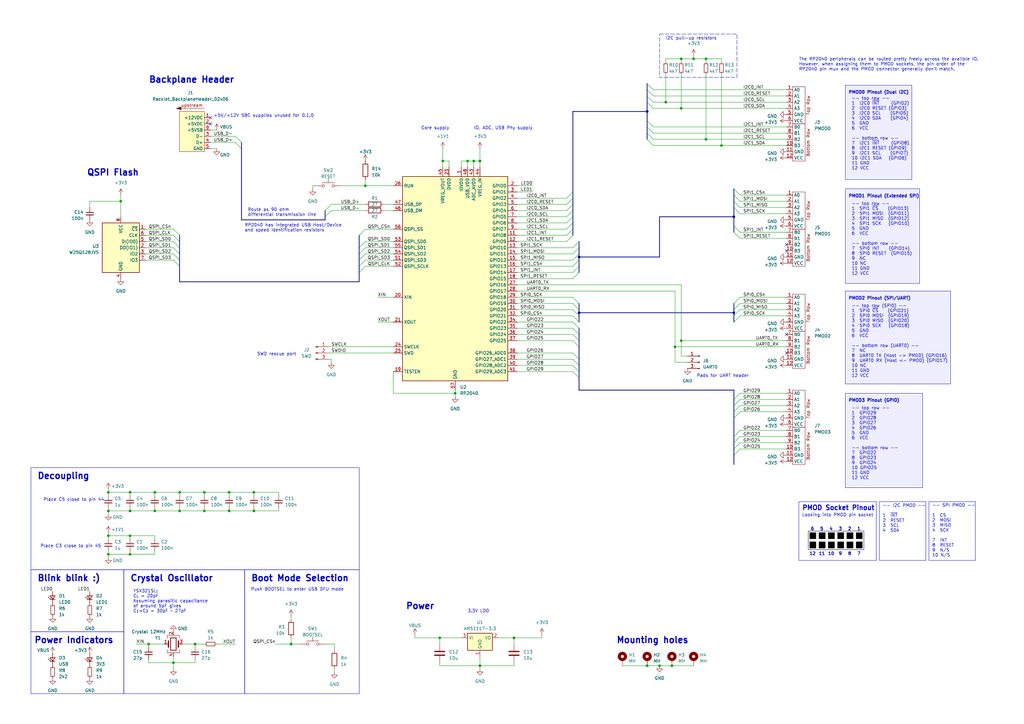
<source format=kicad_sch>
(kicad_sch (version 20230121) (generator eeschema)
  (paper "A3")
  (title_block (title "Hatlet") (date "2023-03-05") (rev "0.1.0") (company "https://racklet.io") (comment 1 "Authors: Verneri Hirvonen (2023)"))
  (junction (at 149.86 76.2))
  (junction (at 83.82 201.93))
  (junction (at 270.51 273.05))
  (junction (at 284.48 24.13))
  (junction (at 104.14 209.55))
  (junction (at 83.82 209.55))
  (junction (at 191.77 66.04))
  (junction (at 279.4 139.7))
  (junction (at 289.56 24.13))
  (junction (at 53.34 219.71))
  (junction (at 73.66 209.55))
  (junction (at 186.69 161.29))
  (junction (at 49.53 82.55))
  (junction (at 196.85 273.05))
  (junction (at 300.99 128.27))
  (junction (at 181.61 66.04))
  (junction (at 265.43 273.05))
  (junction (at 276.86 142.24))
  (junction (at 300.99 88.9))
  (junction (at 265.43 45.72))
  (junction (at 73.66 201.93))
  (junction (at 289.56 57.15))
  (junction (at 63.5 201.93))
  (junction (at 275.59 273.05))
  (junction (at 63.5 209.55))
  (junction (at 210.82 261.62))
  (junction (at 273.05 41.91))
  (junction (at 71.12 271.78))
  (junction (at 237.49 128.27))
  (junction (at 53.34 209.55))
  (junction (at 196.85 66.04))
  (junction (at 119.38 264.16))
  (junction (at 279.4 44.45))
  (junction (at 237.49 105.41))
  (junction (at 53.34 201.93))
  (junction (at 53.34 227.33))
  (junction (at 93.98 201.93))
  (junction (at 44.45 227.33))
  (junction (at 44.45 219.71))
  (junction (at 194.31 66.04))
  (junction (at 80.01 264.16))
  (junction (at 295.91 59.69))
  (junction (at 44.45 201.93))
  (junction (at 180.34 261.62))
  (junction (at 93.98 209.55))
  (junction (at 60.96 264.16))
  (junction (at 44.45 209.55))
  (junction (at 104.14 201.93))
  (junction (at 279.4 24.13))
  (no_connect (at 86.36 48.26))
  (no_connect (at 322.58 102.87))
  (no_connect (at 322.58 137.16))
  (no_connect (at 86.36 50.8))
  (no_connect (at 322.58 100.33))
  (no_connect (at 322.58 144.78))
  (bus_entry (at 267.97 57.15) (size -2.54 -2.54))
  (bus_entry (at 149.86 109.22) (size -2.54 2.54))
  (bus_entry (at 303.53 87.63) (size -2.54 -2.54))
  (bus_entry (at 303.53 85.09) (size -2.54 -2.54))
  (bus_entry (at 71.12 96.52) (size 2.54 2.54))
  (bus_entry (at 234.95 124.46) (size 2.54 2.54))
  (bus_entry (at 300.99 163.83) (size 2.54 -2.54))
  (bus_entry (at 267.97 54.61) (size -2.54 -2.54))
  (bus_entry (at 232.41 83.82) (size 2.54 -2.54))
  (bus_entry (at 303.53 124.46) (size -2.54 2.54))
  (bus_entry (at 303.53 129.54) (size -2.54 2.54))
  (bus_entry (at 234.95 104.14) (size 2.54 -2.54))
  (bus_entry (at 71.12 93.98) (size 2.54 2.54))
  (bus_entry (at 303.53 127) (size -2.54 2.54))
  (bus_entry (at 149.86 106.68) (size -2.54 2.54))
  (bus_entry (at 267.97 39.37) (size -2.54 -2.54))
  (bus_entry (at 237.49 137.16) (size -2.54 -2.54))
  (bus_entry (at 300.99 184.15) (size 2.54 -2.54))
  (bus_entry (at 267.97 36.83) (size -2.54 -2.54))
  (bus_entry (at 303.53 82.55) (size -2.54 -2.54))
  (bus_entry (at 267.97 41.91) (size -2.54 -2.54))
  (bus_entry (at 234.95 111.76) (size 2.54 -2.54))
  (bus_entry (at 237.49 149.86) (size -2.54 -2.54))
  (bus_entry (at 149.86 99.06) (size -2.54 2.54))
  (bus_entry (at 300.99 166.37) (size 2.54 -2.54))
  (bus_entry (at 232.41 81.28) (size 2.54 -2.54))
  (bus_entry (at 234.95 129.54) (size 2.54 2.54))
  (bus_entry (at 133.35 88.9) (size 2.54 -2.54))
  (bus_entry (at 149.86 104.14) (size -2.54 2.54))
  (bus_entry (at 303.53 80.01) (size -2.54 -2.54))
  (bus_entry (at 96.52 55.88) (size 2.54 2.54))
  (bus_entry (at 232.41 91.44) (size 2.54 -2.54))
  (bus_entry (at 234.95 109.22) (size 2.54 -2.54))
  (bus_entry (at 300.99 186.69) (size 2.54 -2.54))
  (bus_entry (at 300.99 179.07) (size 2.54 -2.54))
  (bus_entry (at 71.12 101.6) (size 2.54 2.54))
  (bus_entry (at 234.95 101.6) (size 2.54 -2.54))
  (bus_entry (at 149.86 101.6) (size -2.54 2.54))
  (bus_entry (at 237.49 154.94) (size -2.54 -2.54))
  (bus_entry (at 71.12 104.14) (size 2.54 2.54))
  (bus_entry (at 232.41 99.06) (size 2.54 -2.54))
  (bus_entry (at 237.49 139.7) (size -2.54 -2.54))
  (bus_entry (at 234.95 121.92) (size 2.54 2.54))
  (bus_entry (at 96.52 58.42) (size 2.54 2.54))
  (bus_entry (at 303.53 121.92) (size -2.54 2.54))
  (bus_entry (at 267.97 52.07) (size -2.54 -2.54))
  (bus_entry (at 267.97 59.69) (size -2.54 -2.54))
  (bus_entry (at 237.49 142.24) (size -2.54 -2.54))
  (bus_entry (at 237.49 134.62) (size -2.54 -2.54))
  (bus_entry (at 300.99 171.45) (size 2.54 -2.54))
  (bus_entry (at 267.97 44.45) (size -2.54 -2.54))
  (bus_entry (at 300.99 181.61) (size 2.54 -2.54))
  (bus_entry (at 71.12 99.06) (size 2.54 2.54))
  (bus_entry (at 234.95 114.3) (size 2.54 -2.54))
  (bus_entry (at 237.49 152.4) (size -2.54 -2.54))
  (bus_entry (at 234.95 127) (size 2.54 2.54))
  (bus_entry (at 149.86 93.98) (size -2.54 2.54))
  (bus_entry (at 234.95 106.68) (size 2.54 -2.54))
  (bus_entry (at 303.53 95.25) (size -2.54 -2.54))
  (bus_entry (at 237.49 147.32) (size -2.54 -2.54))
  (bus_entry (at 232.41 93.98) (size 2.54 -2.54))
  (bus_entry (at 232.41 88.9) (size 2.54 -2.54))
  (bus_entry (at 232.41 96.52) (size 2.54 -2.54))
  (bus_entry (at 300.99 168.91) (size 2.54 -2.54))
  (bus_entry (at 133.35 86.36) (size 2.54 -2.54))
  (bus_entry (at 232.41 86.36) (size 2.54 -2.54))
  (bus_entry (at 71.12 106.68) (size 2.54 2.54))
  (bus_entry (at 303.53 97.79) (size -2.54 -2.54))
  (wire (pts (xy 303.53 179.07) (xy 322.58 179.07)))
  (wire (pts (xy 74.93 264.16) (xy 80.01 264.16)))
  (wire (pts (xy 267.97 44.45) (xy 279.4 44.45)))
  (wire (pts (xy 180.34 261.62) (xy 189.23 261.62)))
  (bus (pts (xy 237.49 106.68) (xy 237.49 109.22)))
  (wire (pts (xy 73.66 201.93) (xy 73.66 203.2)))
  (wire (pts (xy 44.45 201.93) (xy 53.34 201.93)))
  (bus (pts (xy 237.49 99.06) (xy 237.49 101.6)))
  (wire (pts (xy 59.69 96.52) (xy 71.12 96.52)))
  (wire (pts (xy 80.01 271.78) (xy 71.12 271.78)))
  (wire (pts (xy 59.69 106.68) (xy 71.12 106.68)))
  (wire (pts (xy 104.14 208.28) (xy 104.14 209.55)))
  (wire (pts (xy 212.09 116.84) (xy 279.4 116.84)))
  (wire (pts (xy 281.94 146.05) (xy 279.4 146.05)))
  (bus (pts (xy 237.49 128.27) (xy 237.49 129.54)))
  (wire (pts (xy 212.09 81.28) (xy 232.41 81.28)))
  (wire (pts (xy 88.9 264.16) (xy 96.52 264.16)))
  (bus (pts (xy 234.95 96.52) (xy 234.95 93.98)))
  (wire (pts (xy 170.18 260.35) (xy 170.18 261.62)))
  (wire (pts (xy 267.97 39.37) (xy 322.58 39.37)))
  (wire (pts (xy 134.62 142.24) (xy 161.29 142.24)))
  (wire (pts (xy 212.09 104.14) (xy 234.95 104.14)))
  (wire (pts (xy 212.09 76.2) (xy 218.44 76.2)))
  (wire (pts (xy 36.83 82.55) (xy 36.83 85.09)))
  (wire (pts (xy 55.88 264.16) (xy 60.96 264.16)))
  (wire (pts (xy 60.96 264.16) (xy 60.96 265.43)))
  (wire (pts (xy 279.4 139.7) (xy 322.58 139.7)))
  (wire (pts (xy 53.34 219.71) (xy 63.5 219.71)))
  (wire (pts (xy 212.09 124.46) (xy 234.95 124.46)))
  (bus (pts (xy 300.99 88.9) (xy 300.99 92.71)))
  (wire (pts (xy 93.98 208.28) (xy 93.98 209.55)))
  (wire (pts (xy 83.82 201.93) (xy 93.98 201.93)))
  (wire (pts (xy 196.85 66.04) (xy 196.85 68.58)))
  (wire (pts (xy 212.09 93.98) (xy 232.41 93.98)))
  (wire (pts (xy 149.86 106.68) (xy 161.29 106.68)))
  (wire (pts (xy 303.53 166.37) (xy 322.58 166.37)))
  (bus (pts (xy 73.66 96.52) (xy 73.66 99.06)))
  (wire (pts (xy 63.5 227.33) (xy 53.34 227.33)))
  (wire (pts (xy 196.85 269.24) (xy 196.85 273.05)))
  (bus (pts (xy 300.99 179.07) (xy 300.99 181.61)))
  (wire (pts (xy 322.58 87.63) (xy 303.53 87.63)))
  (wire (pts (xy 149.86 76.2) (xy 149.86 73.66)))
  (wire (pts (xy 161.29 76.2) (xy 149.86 76.2)))
  (wire (pts (xy 170.18 261.62) (xy 180.34 261.62)))
  (bus (pts (xy 265.43 34.29) (xy 265.43 36.83)))
  (wire (pts (xy 295.91 30.48) (xy 295.91 59.69)))
  (wire (pts (xy 212.09 106.68) (xy 234.95 106.68)))
  (wire (pts (xy 44.45 210.82) (xy 44.45 209.55)))
  (bus (pts (xy 234.95 88.9) (xy 234.95 86.36)))
  (wire (pts (xy 186.69 161.29) (xy 186.69 160.02)))
  (bus (pts (xy 73.66 109.22) (xy 73.66 115.57)))
  (bus (pts (xy 265.43 45.72) (xy 265.43 49.53)))
  (wire (pts (xy 196.85 60.96) (xy 196.85 66.04)))
  (wire (pts (xy 303.53 181.61) (xy 322.58 181.61)))
  (wire (pts (xy 273.05 25.4) (xy 273.05 24.13)))
  (wire (pts (xy 295.91 24.13) (xy 295.91 25.4)))
  (wire (pts (xy 322.58 80.01) (xy 303.53 80.01)))
  (bus (pts (xy 237.49 105.41) (xy 270.51 105.41)))
  (bus (pts (xy 300.99 128.27) (xy 300.99 127)))
  (bus (pts (xy 270.51 105.41) (xy 270.51 88.9)))
  (wire (pts (xy 191.77 66.04) (xy 191.77 68.58)))
  (wire (pts (xy 276.86 119.38) (xy 276.86 142.24)))
  (bus (pts (xy 270.51 88.9) (xy 300.99 88.9)))
  (wire (pts (xy 322.58 85.09) (xy 303.53 85.09)))
  (wire (pts (xy 63.5 219.71) (xy 63.5 220.98)))
  (wire (pts (xy 276.86 142.24) (xy 322.58 142.24)))
  (wire (pts (xy 53.34 201.93) (xy 63.5 201.93)))
  (bus (pts (xy 234.95 83.82) (xy 234.95 81.28)))
  (wire (pts (xy 44.45 227.33) (xy 44.45 228.6)))
  (wire (pts (xy 44.45 209.55) (xy 53.34 209.55)))
  (wire (pts (xy 196.85 273.05) (xy 210.82 273.05)))
  (wire (pts (xy 119.38 252.73) (xy 119.38 254)))
  (bus (pts (xy 300.99 181.61) (xy 300.99 184.15)))
  (wire (pts (xy 184.15 68.58) (xy 184.15 66.04)))
  (wire (pts (xy 59.69 99.06) (xy 71.12 99.06)))
  (wire (pts (xy 63.5 201.93) (xy 63.5 203.2)))
  (wire (pts (xy 210.82 273.05) (xy 210.82 271.78)))
  (wire (pts (xy 295.91 59.69) (xy 322.58 59.69)))
  (wire (pts (xy 128.27 77.47) (xy 128.27 76.2)))
  (wire (pts (xy 289.56 24.13) (xy 289.56 25.4)))
  (wire (pts (xy 279.4 24.13) (xy 279.4 25.4)))
  (wire (pts (xy 149.86 109.22) (xy 161.29 109.22)))
  (bus (pts (xy 300.99 85.09) (xy 300.99 88.9)))
  (wire (pts (xy 212.09 121.92) (xy 234.95 121.92)))
  (bus (pts (xy 99.06 60.96) (xy 99.06 90.17)))
  (wire (pts (xy 71.12 271.78) (xy 71.12 269.24)))
  (wire (pts (xy 44.45 200.66) (xy 44.45 201.93)))
  (wire (pts (xy 113.03 264.16) (xy 119.38 264.16)))
  (wire (pts (xy 191.77 66.04) (xy 194.31 66.04)))
  (wire (pts (xy 270.51 273.05) (xy 275.59 273.05)))
  (bus (pts (xy 300.99 82.55) (xy 300.99 85.09)))
  (wire (pts (xy 212.09 96.52) (xy 232.41 96.52)))
  (wire (pts (xy 186.69 161.29) (xy 161.29 161.29)))
  (wire (pts (xy 212.09 139.7) (xy 234.95 139.7)))
  (bus (pts (xy 237.49 152.4) (xy 237.49 154.94)))
  (wire (pts (xy 60.96 264.16) (xy 67.31 264.16)))
  (wire (pts (xy 104.14 209.55) (xy 114.3 209.55)))
  (wire (pts (xy 212.09 149.86) (xy 234.95 149.86)))
  (bus (pts (xy 300.99 166.37) (xy 300.99 168.91)))
  (wire (pts (xy 322.58 124.46) (xy 303.53 124.46)))
  (wire (pts (xy 134.62 144.78) (xy 161.29 144.78)))
  (wire (pts (xy 59.69 104.14) (xy 71.12 104.14)))
  (bus (pts (xy 237.49 154.94) (xy 237.49 160.02)))
  (wire (pts (xy 93.98 209.55) (xy 104.14 209.55)))
  (bus (pts (xy 237.49 104.14) (xy 237.49 105.41)))
  (wire (pts (xy 281.94 148.59) (xy 276.86 148.59)))
  (wire (pts (xy 303.53 168.91) (xy 322.58 168.91)))
  (wire (pts (xy 60.96 271.78) (xy 71.12 271.78)))
  (wire (pts (xy 267.97 36.83) (xy 322.58 36.83)))
  (wire (pts (xy 83.82 201.93) (xy 83.82 203.2)))
  (bus (pts (xy 73.66 99.06) (xy 73.66 101.6)))
  (wire (pts (xy 279.4 30.48) (xy 279.4 44.45)))
  (wire (pts (xy 83.82 209.55) (xy 93.98 209.55)))
  (wire (pts (xy 279.4 44.45) (xy 322.58 44.45)))
  (bus (pts (xy 234.95 81.28) (xy 234.95 78.74)))
  (bus (pts (xy 300.99 171.45) (xy 300.99 179.07)))
  (wire (pts (xy 63.5 209.55) (xy 73.66 209.55)))
  (wire (pts (xy 80.01 264.16) (xy 83.82 264.16)))
  (bus (pts (xy 300.99 129.54) (xy 300.99 128.27)))
  (wire (pts (xy 137.16 264.16) (xy 137.16 266.7)))
  (wire (pts (xy 59.69 93.98) (xy 71.12 93.98)))
  (wire (pts (xy 63.5 226.06) (xy 63.5 227.33)))
  (bus (pts (xy 237.49 142.24) (xy 237.49 147.32)))
  (wire (pts (xy 149.86 101.6) (xy 161.29 101.6)))
  (wire (pts (xy 212.09 83.82) (xy 232.41 83.82)))
  (bus (pts (xy 237.49 147.32) (xy 237.49 149.86)))
  (wire (pts (xy 322.58 129.54) (xy 303.53 129.54)))
  (wire (pts (xy 267.97 52.07) (xy 322.58 52.07)))
  (wire (pts (xy 53.34 208.28) (xy 53.34 209.55)))
  (wire (pts (xy 212.09 114.3) (xy 234.95 114.3)))
  (bus (pts (xy 237.49 127) (xy 237.49 128.27)))
  (wire (pts (xy 180.34 271.78) (xy 180.34 273.05)))
  (wire (pts (xy 135.89 147.32) (xy 135.89 148.59)))
  (wire (pts (xy 267.97 57.15) (xy 289.56 57.15)))
  (wire (pts (xy 59.69 101.6) (xy 71.12 101.6)))
  (wire (pts (xy 322.58 95.25) (xy 303.53 95.25)))
  (wire (pts (xy 212.09 147.32) (xy 234.95 147.32)))
  (wire (pts (xy 44.45 218.44) (xy 44.45 219.71)))
  (wire (pts (xy 273.05 24.13) (xy 279.4 24.13)))
  (wire (pts (xy 114.3 201.93) (xy 114.3 203.2)))
  (bus (pts (xy 265.43 49.53) (xy 265.43 52.07)))
  (bus (pts (xy 237.49 105.41) (xy 237.49 106.68)))
  (bus (pts (xy 147.32 104.14) (xy 147.32 106.68)))
  (wire (pts (xy 44.45 219.71) (xy 53.34 219.71)))
  (wire (pts (xy 133.35 264.16) (xy 137.16 264.16)))
  (bus (pts (xy 300.99 92.71) (xy 300.99 95.25)))
  (bus (pts (xy 234.95 78.74) (xy 234.95 45.72)))
  (bus (pts (xy 147.32 106.68) (xy 147.32 109.22)))
  (wire (pts (xy 44.45 219.71) (xy 44.45 220.98)))
  (bus (pts (xy 300.99 168.91) (xy 300.99 171.45)))
  (wire (pts (xy 154.94 132.08) (xy 161.29 132.08)))
  (wire (pts (xy 149.86 99.06) (xy 161.29 99.06)))
  (wire (pts (xy 119.38 261.62) (xy 119.38 264.16)))
  (wire (pts (xy 189.23 68.58) (xy 189.23 66.04)))
  (bus (pts (xy 237.49 109.22) (xy 237.49 111.76)))
  (bus (pts (xy 237.49 160.02) (xy 300.99 160.02)))
  (bus (pts (xy 234.95 91.44) (xy 234.95 88.9)))
  (wire (pts (xy 222.25 260.35) (xy 222.25 261.62)))
  (wire (pts (xy 196.85 273.05) (xy 196.85 274.32)))
  (bus (pts (xy 237.49 134.62) (xy 237.49 137.16)))
  (wire (pts (xy 114.3 209.55) (xy 114.3 208.28)))
  (wire (pts (xy 184.15 66.04) (xy 181.61 66.04)))
  (wire (pts (xy 279.4 146.05) (xy 279.4 139.7)))
  (bus (pts (xy 300.99 80.01) (xy 300.99 82.55)))
  (wire (pts (xy 289.56 24.13) (xy 295.91 24.13)))
  (bus (pts (xy 73.66 106.68) (xy 73.66 109.22)))
  (wire (pts (xy 161.29 83.82) (xy 157.48 83.82)))
  (wire (pts (xy 212.09 86.36) (xy 232.41 86.36)))
  (wire (pts (xy 80.01 270.51) (xy 80.01 271.78)))
  (wire (pts (xy 289.56 57.15) (xy 322.58 57.15)))
  (bus (pts (xy 300.99 77.47) (xy 300.99 80.01)))
  (bus (pts (xy 133.35 88.9) (xy 133.35 90.17)))
  (wire (pts (xy 149.86 86.36) (xy 135.89 86.36)))
  (wire (pts (xy 86.36 60.96) (xy 88.9 60.96)))
  (wire (pts (xy 212.09 137.16) (xy 234.95 137.16)))
  (wire (pts (xy 134.62 147.32) (xy 135.89 147.32)))
  (wire (pts (xy 149.86 93.98) (xy 161.29 93.98)))
  (bus (pts (xy 237.49 128.27) (xy 300.99 128.27)))
  (bus (pts (xy 147.32 115.57) (xy 147.32 111.76)))
  (wire (pts (xy 73.66 201.93) (xy 83.82 201.93)))
  (bus (pts (xy 237.49 101.6) (xy 237.49 104.14)))
  (wire (pts (xy 279.4 24.13) (xy 284.48 24.13)))
  (wire (pts (xy 212.09 134.62) (xy 234.95 134.62)))
  (wire (pts (xy 210.82 261.62) (xy 210.82 264.16)))
  (wire (pts (xy 181.61 66.04) (xy 181.61 68.58)))
  (wire (pts (xy 63.5 201.93) (xy 73.66 201.93)))
  (wire (pts (xy 44.45 226.06) (xy 44.45 227.33)))
  (wire (pts (xy 60.96 270.51) (xy 60.96 271.78)))
  (bus (pts (xy 265.43 54.61) (xy 265.43 57.15)))
  (bus (pts (xy 99.06 58.42) (xy 99.06 60.96)))
  (wire (pts (xy 194.31 66.04) (xy 194.31 68.58)))
  (wire (pts (xy 104.14 201.93) (xy 104.14 203.2)))
  (wire (pts (xy 212.09 127) (xy 234.95 127)))
  (wire (pts (xy 210.82 261.62) (xy 222.25 261.62)))
  (wire (pts (xy 86.36 53.34) (xy 88.9 53.34)))
  (wire (pts (xy 322.58 97.79) (xy 303.53 97.79)))
  (wire (pts (xy 273.05 41.91) (xy 322.58 41.91)))
  (wire (pts (xy 149.86 104.14) (xy 161.29 104.14)))
  (wire (pts (xy 149.86 83.82) (xy 135.89 83.82)))
  (bus (pts (xy 300.99 160.02) (xy 300.99 163.83)))
  (wire (pts (xy 73.66 209.55) (xy 83.82 209.55)))
  (wire (pts (xy 180.34 261.62) (xy 180.34 264.16)))
  (wire (pts (xy 53.34 226.06) (xy 53.34 227.33)))
  (wire (pts (xy 180.34 273.05) (xy 196.85 273.05)))
  (bus (pts (xy 147.32 101.6) (xy 147.32 104.14)))
  (wire (pts (xy 303.53 161.29) (xy 322.58 161.29)))
  (wire (pts (xy 322.58 127) (xy 303.53 127)))
  (bus (pts (xy 237.49 149.86) (xy 237.49 152.4)))
  (bus (pts (xy 133.35 86.36) (xy 133.35 88.9)))
  (bus (pts (xy 237.49 124.46) (xy 237.49 127)))
  (bus (pts (xy 265.43 39.37) (xy 265.43 41.91)))
  (wire (pts (xy 139.7 76.2) (xy 149.86 76.2)))
  (wire (pts (xy 186.69 162.56) (xy 186.69 161.29)))
  (wire (pts (xy 44.45 208.28) (xy 44.45 209.55)))
  (wire (pts (xy 161.29 161.29) (xy 161.29 152.4)))
  (wire (pts (xy 212.09 132.08) (xy 234.95 132.08)))
  (wire (pts (xy 53.34 227.33) (xy 44.45 227.33)))
  (bus (pts (xy 73.66 101.6) (xy 73.66 104.14)))
  (wire (pts (xy 53.34 219.71) (xy 53.34 220.98)))
  (wire (pts (xy 279.4 139.7) (xy 279.4 116.84)))
  (wire (pts (xy 212.09 109.22) (xy 234.95 109.22)))
  (wire (pts (xy 273.05 30.48) (xy 273.05 41.91)))
  (bus (pts (xy 73.66 104.14) (xy 73.66 106.68)))
  (wire (pts (xy 284.48 24.13) (xy 289.56 24.13)))
  (wire (pts (xy 212.09 78.74) (xy 218.44 78.74)))
  (wire (pts (xy 119.38 264.16) (xy 123.19 264.16)))
  (wire (pts (xy 53.34 201.93) (xy 53.34 203.2)))
  (wire (pts (xy 322.58 121.92) (xy 303.53 121.92)))
  (wire (pts (xy 93.98 201.93) (xy 93.98 203.2)))
  (wire (pts (xy 212.09 99.06) (xy 232.41 99.06)))
  (bus (pts (xy 234.95 45.72) (xy 265.43 45.72)))
  (wire (pts (xy 212.09 101.6) (xy 234.95 101.6)))
  (wire (pts (xy 265.43 273.05) (xy 270.51 273.05)))
  (wire (pts (xy 212.09 91.44) (xy 232.41 91.44)))
  (bus (pts (xy 265.43 41.91) (xy 265.43 45.72)))
  (wire (pts (xy 212.09 88.9) (xy 232.41 88.9)))
  (bus (pts (xy 300.99 127) (xy 300.99 124.46)))
  (wire (pts (xy 267.97 54.61) (xy 322.58 54.61)))
  (wire (pts (xy 137.16 274.32) (xy 137.16 275.59)))
  (wire (pts (xy 212.09 119.38) (xy 276.86 119.38)))
  (bus (pts (xy 300.99 186.69) (xy 300.99 190.5)))
  (wire (pts (xy 284.48 22.86) (xy 284.48 24.13)))
  (wire (pts (xy 322.58 82.55) (xy 303.53 82.55)))
  (wire (pts (xy 303.53 176.53) (xy 322.58 176.53)))
  (bus (pts (xy 300.99 184.15) (xy 300.99 186.69)))
  (wire (pts (xy 49.53 80.01) (xy 49.53 82.55)))
  (wire (pts (xy 255.27 273.05) (xy 265.43 273.05)))
  (wire (pts (xy 73.66 208.28) (xy 73.66 209.55)))
  (wire (pts (xy 303.53 163.83) (xy 322.58 163.83)))
  (wire (pts (xy 267.97 59.69) (xy 295.91 59.69)))
  (wire (pts (xy 212.09 111.76) (xy 234.95 111.76)))
  (wire (pts (xy 289.56 30.48) (xy 289.56 57.15)))
  (wire (pts (xy 212.09 129.54) (xy 234.95 129.54)))
  (wire (pts (xy 83.82 208.28) (xy 83.82 209.55)))
  (bus (pts (xy 147.32 109.22) (xy 147.32 111.76)))
  (bus (pts (xy 237.49 129.54) (xy 237.49 132.08)))
  (bus (pts (xy 300.99 132.08) (xy 300.99 129.54)))
  (wire (pts (xy 44.45 201.93) (xy 44.45 203.2)))
  (wire (pts (xy 104.14 201.93) (xy 114.3 201.93)))
  (bus (pts (xy 147.32 96.52) (xy 147.32 101.6)))
  (bus (pts (xy 133.35 90.17) (xy 99.06 90.17)))
  (bus (pts (xy 234.95 93.98) (xy 234.95 91.44)))
  (bus (pts (xy 234.95 86.36) (xy 234.95 83.82)))
  (wire (pts (xy 154.94 121.92) (xy 161.29 121.92)))
  (wire (pts (xy 161.29 86.36) (xy 157.48 86.36)))
  (wire (pts (xy 53.34 209.55) (xy 63.5 209.55)))
  (bus (pts (xy 265.43 36.83) (xy 265.43 39.37)))
  (wire (pts (xy 204.47 261.62) (xy 210.82 261.62)))
  (wire (pts (xy 80.01 264.16) (xy 80.01 265.43)))
  (wire (pts (xy 189.23 66.04) (xy 191.77 66.04)))
  (wire (pts (xy 71.12 274.32) (xy 71.12 271.78)))
  (bus (pts (xy 237.49 139.7) (xy 237.49 142.24)))
  (wire (pts (xy 212.09 144.78) (xy 234.95 144.78)))
  (wire (pts (xy 93.98 201.93) (xy 104.14 201.93)))
  (wire (pts (xy 303.53 184.15) (xy 322.58 184.15)))
  (wire (pts (xy 181.61 60.96) (xy 181.61 66.04)))
  (wire (pts (xy 96.52 58.42) (xy 86.36 58.42)))
  (bus (pts (xy 237.49 137.16) (xy 237.49 139.7)))
  (wire (pts (xy 63.5 208.28) (xy 63.5 209.55)))
  (wire (pts (xy 96.52 55.88) (xy 86.36 55.88)))
  (bus (pts (xy 73.66 115.57) (xy 147.32 115.57)))
  (bus (pts (xy 300.99 163.83) (xy 300.99 166.37)))
  (wire (pts (xy 49.53 82.55) (xy 49.53 88.9)))
  (wire (pts (xy 194.31 66.04) (xy 196.85 66.04)))
  (wire (pts (xy 276.86 148.59) (xy 276.86 142.24)))
  (bus (pts (xy 265.43 52.07) (xy 265.43 54.61)))
  (wire (pts (xy 49.53 82.55) (xy 36.83 82.55)))
  (wire (pts (xy 267.97 41.91) (xy 273.05 41.91)))
  (wire (pts (xy 212.09 152.4) (xy 234.95 152.4)))
  (wire (pts (xy 128.27 76.2) (xy 129.54 76.2)))
  (wire (pts (xy 275.59 273.05) (xy 284.48 273.05)))
  (rectangle (start 335.915 222.25) (end 338.455 224.79) (stroke (width 0) (color 0 0 0 1)) (fill (type color) (color 0 0 0 1)))
  (rectangle (start 12.7 259.08) (end 50.8 284.48))
  (rectangle (start 351.155 218.44) (end 353.695 220.98) (stroke (width 0) (color 0 0 0 1)) (fill (type color) (color 0 0 0 1)))
  (rectangle (start 381 205.74) (end 400.05 229.87))
  (rectangle (start 343.535 218.44) (end 346.075 220.98) (stroke (width 0) (color 0 0 0 1)) (fill (type color) (color 0 0 0 1)))
  (rectangle (start 346.71 77.47) (end 377.19 116.205) (fill (type color) (color 238 238 255 1)))
  (rectangle (start 347.345 222.25) (end 349.885 224.79) (stroke (width 0) (color 0 0 0 1)) (fill (type color) (color 0 0 0 1)))
  (rectangle (start 335.915 218.44) (end 338.455 220.98) (stroke (width 0) (color 0 0 0 1)) (fill (type color) (color 0 0 0 1)))
  (rectangle (start 346.71 161.29) (end 378.46 200.025) (fill (type color) (color 238 238 255 1)))
  (rectangle (start 347.345 218.44) (end 349.885 220.98) (stroke (width 0) (color 0 0 0 1)) (fill (type color) (color 0 0 0 1)))
  (rectangle (start 50.8 233.68) (end 100.33 284.48))
  (rectangle (start 332.105 222.25) (end 334.645 224.79) (stroke (width 0) (color 0 0 0 1)) (fill (type color) (color 0 0 0 1)))
  (rectangle (start 332.105 218.44) (end 334.645 220.98) (stroke (width 0) (color 0 0 0 1)) (fill (type color) (color 0 0 0 1)))
  (rectangle (start 327.66 205.74) (end 359.41 229.87))
  (rectangle (start 339.725 218.44) (end 342.265 220.98) (stroke (width 0) (color 0 0 0 1)) (fill (type color) (color 0 0 0 1)))
  (rectangle (start 343.535 222.25) (end 346.075 224.79) (stroke (width 0) (color 0 0 0 1)) (fill (type color) (color 0 0 0 1)))
  (rectangle (start 346.71 119.38) (end 389.89 157.48) (fill (type color) (color 238 238 255 1)))
  (rectangle (start 339.725 222.25) (end 342.265 224.79) (stroke (width 0) (color 0 0 0 1)) (fill (type color) (color 0 0 0 1)))
  (rectangle (start 270.51 13.97) (end 302.26 31.75) (stroke (width 0) (type dash)))
  (rectangle (start 351.155 222.25) (end 353.695 224.79) (stroke (width 0) (color 0 0 0 1)) (fill (type color) (color 0 0 0 1)))
  (rectangle (start 346.71 34.925) (end 374.015 73.66) (fill (type color) (color 238 238 255 1)))
  (rectangle (start 100.33 233.68) (end 147.32 284.48))
  (rectangle (start 12.7 233.68) (end 50.8 259.08))
  (rectangle (start 360.68 205.74) (end 379.73 229.87))
  (rectangle (start 331.47 217.805) (end 354.33 225.425) (stroke (width 0) (color 0 0 0 1)))
  (rectangle (start 12.7 191.77) (end 147.32 233.68))
  (text "Power Indicators" (at 13.97 264.16 0) (effects (font (size 2.54 2.54) (thickness 0.508) bold) (justify left bottom)))
  (text "SWD rescue port" (at 105.41 146.05 0) (effects (font (size 1.27 1.27)) (justify left bottom)))
  (text "-- SPI PMOD --\n\n1  CS\n2  MOSI\n3  MISO\n4  SCK\n\n7  INT\n8  RESET\n9  N/S\n10 N/S" (at 382.27 228.6 0) (effects (font (size 1.27 1.27)) (justify left bottom)))
  (text "Backplane Header" (at 60.96 34.29 0) (effects (font (size 2.54 2.54) bold) (justify left bottom)))
  (text "I2C pull-up resistors" (at 273.05 16.51 0) (effects (font (size 1.27 1.27)) (justify left bottom)))
  (text "PMOD Socket Pinout" (at 328.93 209.55 0) (effects (font (size 1.905 1.905) bold) (justify left bottom)))
  (text "PMOD1 Pinout (Extended SPI)" (at 347.98 81.28 0) (effects (font (size 1.27 1.27) (thickness 0.254) bold) (justify left bottom)))
  (text "6" (at 334.01 217.805 0) (effects (font (size 1.27 1.27) bold) (justify right bottom)))
  (text "The RP2040 peripherals can be routed pretty freely across the availble IO.\nHowever, when assigning them to PMOD sockets, the pin order of the\nRP2040 pin mux and the PMOD connector generally don't match." (at 327.66 29.21 0) (effects (font (size 1.27 1.27)) (justify left bottom)))
  (text "PMOD0 Pinout (Dual I2C)" (at 347.98 38.735 0) (effects (font (size 1.27 1.27) (thickness 0.254) bold) (justify left bottom)))
  (text "Route as 90 ohm\ndifferential transmission line" (at 101.6 88.9 0) (effects (font (size 1.27 1.27)) (justify left bottom)))
  (text "-- top row --\n1  SPI1 ~{CS}    (GPIO13)\n2  SPI1 MOSI  (GPIO11)\n3  SPI1 MISO  (GPIO12)\n4  SPI1 SCK   (GPIO10)\n5  GND\n6  VCC\n\n-- bottom row --\n7  SPI0 INT    (GPIO14)\n8  SPI0 RESET  (GPIO15)\n9  NC\n10 NC\n11 GND\n12 VCC" (at 349.25 113.03 0) (effects (font (size 1.27 1.27)) (justify left bottom)))
  (text "Power" (at 166.37 250.19 0) (effects (font (size 2.54 2.54) (thickness 0.508) bold) (justify left bottom)))
  (text "2" (at 349.25 217.805 0) (effects (font (size 1.27 1.27) bold) (justify right bottom)))
  (text "Crystal Oscillator" (at 53.34 238.76 0) (effects (font (size 2.54 2.54) (thickness 0.508) bold) (justify left bottom)))
  (text "RP2040 has integrated USB Host/Device\nand speed identification resistors" (at 100.33 95.25 0) (effects (font (size 1.27 1.27)) (justify left bottom)))
  (text "Push BOOTSEL to enter USB DFU mode" (at 102.87 242.57 0) (effects (font (size 1.27 1.27)) (justify left bottom)))
  (text "12" (at 334.645 227.965 0) (effects (font (size 1.27 1.27) bold) (justify right bottom)))
  (text "5" (at 337.82 217.805 0) (effects (font (size 1.27 1.27) bold) (justify right bottom)))
  (text "10" (at 342.265 227.965 0) (effects (font (size 1.27 1.27) bold) (justify right bottom)))
  (text "3.3V LDO" (at 191.77 251.46 0) (effects (font (size 1.27 1.27)) (justify left bottom)))
  (text "11" (at 338.455 227.965 0) (effects (font (size 1.27 1.27) bold) (justify right bottom)))
  (text "Decoupling" (at 15.24 196.85 0) (effects (font (size 2.54 2.54) (thickness 0.508) bold) (justify left bottom)))
  (text "-- top row --\n1  GPIO29\n2  GPIO28\n3  GPIO27\n4  GPIO26\n5  GND\n6  VCC\n\n-- bottom row --\n7  GPIO22\n8  GPIO23\n9  GPIO24\n10 GPIO25\n11 GND\n12 VCC" (at 349.25 196.85 0) (effects (font (size 1.27 1.27)) (justify left bottom)))
  (text "Pads for UART header" (at 285.75 154.94 0) (effects (font (size 1.27 1.27)) (justify left bottom)))
  (text "4" (at 341.63 217.805 0) (effects (font (size 1.27 1.27) bold) (justify right bottom)))
  (text "+5V/+12V SBC supplies unused for ${REVISION}" (at 87.63 48.26 0) (effects (font (size 1.27 1.27)) (justify left bottom)))
  (text "3" (at 345.44 217.805 0) (effects (font (size 1.27 1.27) bold) (justify right bottom)))
  (text "Core supply" (at 172.72 53.34 0) (effects (font (size 1.27 1.27)) (justify left bottom)))
  (text "-- I2C PMOD --\n\n1  ~{INT}\n2  RESET\n3  SCL\n4  SDA" (at 361.95 218.44 0) (effects (font (size 1.27 1.27)) (justify left bottom)))
  (text "IO, ADC, USB Phy supply" (at 194.31 53.34 0) (effects (font (size 1.27 1.27)) (justify left bottom)))
  (text "7" (at 353.06 227.965 0) (effects (font (size 1.27 1.27) bold) (justify right bottom)))
  (text "Boot Mode Selection" (at 102.87 238.76 0) (effects (font (size 2.54 2.54) (thickness 0.508) bold) (justify left bottom)))
  (text "Place C5 close to pin 44" (at 17.78 205.74 0) (effects (font (size 1.27 1.27)) (justify left bottom)))
  (text "Mounting holes" (at 252.73 264.16 0) (effects (font (size 2.54 2.54) bold) (justify left bottom)))
  (text "YSX321SL:\nC_{L} = 20pF\nAssuming parasitic capacitance\nof around 5pF gives\nC_{1}=C_{2} = 30pF ~ 27pF" (at 54.61 251.46 0) (effects (font (size 1.27 1.27)) (justify left bottom)))
  (text "Place C3 close to pin 45" (at 16.51 224.79 0) (effects (font (size 1.27 1.27)) (justify left bottom)))
  (text "Looking into PMOD pin socket" (at 328.93 212.09 0) (effects (font (size 1.27 1.27)) (justify left bottom)))
  (text "PMOD3 Pinout (GPIO)" (at 347.98 165.1 0) (effects (font (size 1.27 1.27) (thickness 0.254) bold) (justify left bottom)))
  (text "-- top row --\n1  I2C0 ~{INT}     (GPIO2)\n2  I2C0 RESET (GPIO3)\n3  I2C0 SCL    (GPIO5)\n4  I2C0 SDA    (GPIO4)\n5  GND\n6  VCC\n\n-- bottom row --\n7  I2C1 ~{INT}     (GPIO8)\n8  I2C1 RESET (GPIO9)\n9  I2C1 SCL    (GPIO7)\n10 I2C1 SDA   (GPIO6)\n11 GND\n12 VCC" (at 349.25 69.85 0) (effects (font (size 1.27 1.27)) (justify left bottom)))
  (text "QSPI Flash" (at 35.56 72.39 0) (effects (font (size 2.54 2.54) bold) (justify left bottom)))
  (text "Blink blink :)" (at 15.24 238.76 0) (effects (font (size 2.54 2.54) (thickness 0.508) bold) (justify left bottom)))
  (text "-- top row (SPI0) --\n1  SPI0 ~{CS}    (GPIO21)\n2  SPI0 MOSI  (GPIO19)\n3  SPI0 MISO  (GPIO20)\n4  SPI0 SCK   (GPIO18)\n5  GND\n6  VCC\n\n-- bottom row (UART0) --\n7  NC\n8  UART0 TX (Host -> PMOD) (GPIO16)\n9  UART0 RX (Host <- PMOD) (GPIO17)\n10 NC\n11 GND\n12 VCC" (at 349.25 154.94 0) (effects (font (size 1.27 1.27)) (justify left bottom)))
  (text "PMOD2 Pinout (SPI/UART)" (at 347.98 123.19 0) (effects (font (size 1.27 1.27) (thickness 0.254) bold) (justify left bottom)))
  (text "8" (at 349.25 227.965 0) (effects (font (size 1.27 1.27) bold) (justify right bottom)))
  (text "9" (at 345.44 227.965 0) (effects (font (size 1.27 1.27) bold) (justify right bottom)))
  (text "1" (at 353.06 217.805 0) (effects (font (size 1.27 1.27) bold) (justify right bottom)))
  (label "SPI1_MOSI" (at 304.8 82.55 0))
  (label "UART0_RX" (at 309.88 142.24 0))
  (label "QSPI_SD1" (at 60.96 101.6 0))
  (label "UART0_TX" (at 309.88 139.7 0))
  (label "SPI1_CSn" (at 304.8 80.01 0))
  (label "I2C0_SCL" (at 304.8 41.91 0))
  (label "I2C0_SDA" (at 304.8 44.45 0))
  (label "QSPI_SD0" (at 60.96 99.06 0))
  (label "QSPI_CSn" (at 60.96 93.98 0))
  (label "I2C1_RESET" (at 215.9 99.06 0))
  (label "I2C0_INT" (at 304.8 36.83 0))
  (label "I2C0_SDA" (at 215.9 86.36 0))
  (label "QSPI_SD2" (at 60.96 104.14 0))
  (label "I2C0_INT" (at 215.9 81.28 0))
  (label "QSPI_SD3" (at 60.96 106.68 0))
  (label "I2C1_RESET" (at 304.8 54.61 0))
  (label "GPIO29" (at 215.9 152.4 0))
  (label "LED1" (at 218.44 78.74 180))
  (label "GPIO26" (at 215.9 144.78 0))
  (label "SPI0_MOSI" (at 213.36 124.46 0))
  (label "XIN" (at 154.94 121.92 0))
  (label "SPI1_RESET" (at 304.8 97.79 0))
  (label "GPIO28" (at 304.8 163.83 0))
  (label "LED0" (at 218.44 76.2 180))
  (label "QSPI_SD1" (at 160.02 101.6 180))
  (label "XIN" (at 55.88 264.16 0))
  (label "SPI1_INT" (at 304.8 95.25 0))
  (label "QSPI_SD3" (at 160.02 106.68 180))
  (label "I2C1_INT" (at 304.8 52.07 0))
  (label "SWCLK" (at 135.89 142.24 0))
  (label "QSPI_CLK" (at 160.02 109.22 180))
  (label "GPIO23" (at 304.8 179.07 0))
  (label "SPI1_RESET" (at 213.36 114.3 0))
  (label "SPI0_SCK" (at 304.8 129.54 0))
  (label "XOUT" (at 96.52 264.16 180))
  (label "QSPI_CSn" (at 160.02 93.98 180))
  (label "SPI1_MISO" (at 213.36 106.68 0))
  (label "GPIO29" (at 304.8 161.29 0))
  (label "GPIO23" (at 215.9 134.62 0))
  (label "I2C0_RESET" (at 215.9 83.82 0))
  (label "SPI0_SCK" (at 213.36 121.92 0))
  (label "SPI1_SCK" (at 213.36 101.6 0))
  (label "USB_D+" (at 139.7 83.82 0))
  (label "QSPI_SD0" (at 160.02 99.06 180))
  (label "GPIO27" (at 215.9 147.32 0))
  (label "SPI0_MISO" (at 304.8 127 0))
  (label "GPIO27" (at 304.8 166.37 0))
  (label "SPI0_CSn" (at 213.36 129.54 0))
  (label "SPI1_CSn" (at 213.36 109.22 0))
  (label "SPI0_MISO" (at 213.36 127 0))
  (label "USB_D-" (at 139.7 86.36 0))
  (label "SPI1_MOSI" (at 213.36 104.14 0))
  (label "I2C1_SDA" (at 304.8 59.69 0))
  (label "GPIO26" (at 304.8 168.91 0))
  (label "QSPI_CLK" (at 60.96 96.52 0))
  (label "GPIO25" (at 304.8 184.15 0))
  (label "QSPI_CSn" (at 113.03 264.16 180))
  (label "I2C1_INT" (at 215.9 96.52 0))
  (label "I2C1_SCL" (at 215.9 93.98 0))
  (label "UART0_RX" (at 215.9 119.38 0))
  (label "GPIO22" (at 215.9 132.08 0))
  (label "GPIO22" (at 304.8 176.53 0))
  (label "GPIO24" (at 215.9 137.16 0))
  (label "SWDIO" (at 135.89 144.78 0))
  (label "LED0" (at 21.59 242.57 180))
  (label "I2C0_SCL" (at 215.9 88.9 0))
  (label "SPI1_SCK" (at 304.8 87.63 0))
  (label "GPIO24" (at 304.8 181.61 0))
  (label "LED1" (at 36.83 242.57 180))
  (label "USB_D+" (at 87.63 58.42 0))
  (label "SPI1_MISO" (at 304.8 85.09 0))
  (label "USB_D-" (at 87.63 55.88 0))
  (label "GPIO25" (at 215.9 139.7 0))
  (label "I2C0_RESET" (at 304.8 39.37 0))
  (label "GPIO28" (at 215.9 149.86 0))
  (label "XOUT" (at 154.94 132.08 0))
  (label "SPI0_MOSI" (at 304.8 124.46 0))
  (label "SPI0_CSn" (at 304.8 121.92 0))
  (label "I2C1_SDA" (at 215.9 91.44 0))
  (label "UART0_TX" (at 215.9 116.84 0))
  (label "I2C1_SCL" (at 304.8 57.15 0))
  (label "SPI1_INT" (at 213.36 111.76 0))
  (label "QSPI_SD2" (at 160.02 104.14 180))
  (symbol (lib_name "GND_10") (lib_id "power:GND") (at 322.58 62.23 270) (unit 1)
    (property "Reference" "#PWR028" (effects hide))
    (property "Value" "GND" (at 318.77 62.865 90) (effects (justify right)))
  )
  (symbol (lib_name "GND_10") (lib_id "power:GND") (at 322.58 132.08 270) (unit 1)
    (property "Reference" "#PWR031" (effects hide))
    (property "Value" "GND" (at 318.77 132.715 90) (effects (justify right)))
  )
  (symbol (lib_id "Device:C_Small") (at 93.98 205.74 0) (unit 1)
    (property "Reference" "C9" (at 96.52 204.47 0) (effects (justify left)))
    (property "Value" "100n" (at 96.52 207.01 0) (effects (justify left)))
    (property "Footprint" "Capacitor_SMD:C_0603_1608Metric" (effects hide))
    (property "JLCPCB Part #" "C14663" (effects hide))
  )
  (symbol (lib_id "power:VBUS") (at 21.59 267.97 0) (unit 1)
    (property "Reference" "#PWR050" (effects hide))
    (property "Value" "VBUS" (at 17.78 266.7 0))
  )
  (symbol (lib_name "GND_4") (lib_id "power:GND") (at 135.89 148.59 0) (unit 1)
    (property "Reference" "#PWR017" (effects hide))
    (property "Value" "GND" (at 135.89 153.67 0))
  )
  (symbol (lib_id "Device:R") (at 119.38 257.81 0) (mirror y) (unit 1)
    (property "Reference" "R3" (at 116.84 257.175 0) (effects (justify left)))
    (property "Value" "10k" (at 116.84 259.715 0) (effects (justify left)))
    (property "Footprint" "Resistor_SMD:R_0603_1608Metric" (effects hide))
    (property "JLCPCB Part #" "C25804" (effects hide))
  )
  (symbol (lib_id "power:VBUS") (at 88.9 53.34 0) (unit 1)
    (property "Reference" "#PWR012" (effects hide))
    (property "Value" "VBUS" (at 90.17 52.07 0) (effects (justify left)))
  )
  (symbol (lib_id "Device:C_Small") (at 114.3 205.74 0) (unit 1)
    (property "Reference" "C11" (at 116.84 204.47 0) (effects (justify left)))
    (property "Value" "100n" (at 116.84 207.01 0) (effects (justify left)))
    (property "Footprint" "Capacitor_SMD:C_0603_1608Metric" (effects hide))
    (property "JLCPCB Part #" "C14663" (effects hide))
  )
  (symbol (lib_id "Mechanical:MountingHole_Pad") (at 255.27 270.51 0) (unit 1)
    (property "Reference" "H1" (at 257.81 268.605 0) (effects (justify left)))
    (property "Value" "MH" (at 257.81 271.145 0) (effects (justify left)))
    (property "Footprint" "MountingHole:MountingHole_3.2mm_M3_Pad_Via" (effects hide))
  )
  (symbol (lib_name "GND_9") (lib_id "power:GND") (at 71.12 259.08 180) (unit 1)
    (property "Reference" "#PWR024" (effects hide))
    (property "Value" "GND" (at 74.93 257.81 0))
  )
  (symbol (lib_id "Device:C_Small") (at 36.83 87.63 0) (unit 1)
    (property "Reference" "C14" (at 34.29 87.0013 0) (effects (justify right)))
    (property "Value" "100n" (at 34.29 89.5413 0) (effects (justify right)))
    (property "Footprint" "Capacitor_SMD:C_0603_1608Metric" (effects hide))
    (property "JLCPCB Part #" "C14663" (effects hide))
  )
  (symbol (lib_name "GND_9") (lib_id "power:GND") (at 71.12 274.32 0) (unit 1)
    (property "Reference" "#PWR025" (effects hide))
    (property "Value" "GND" (at 71.12 279.4 0))
  )
  (symbol (lib_id "Device:R") (at 153.67 86.36 270) (mirror x) (unit 1)
    (property "Reference" "R2" (at 153.67 88.9 90))
    (property "Value" "27" (at 153.67 86.36 90))
    (property "Footprint" "Resistor_SMD:R_0603_1608Metric" (effects hide))
    (property "JLCPCB Part #" "C25190" (effects hide))
  )
  (symbol (lib_id "power:+3V3") (at 149.86 66.04 0) (unit 1)
    (property "Reference" "#PWR026" (effects hide))
    (property "Value" "+3V3" (at 149.86 62.23 0))
  )
  (symbol (lib_id "Device:C") (at 180.34 267.97 0) (unit 1)
    (property "Reference" "C12" (at 184.15 267.335 0) (effects (justify left)))
    (property "Value" "10u" (at 184.15 269.875 0) (effects (justify left)))
    (property "Footprint" "Capacitor_SMD:C_0603_1608Metric" (effects hide))
    (property "JLCPCB Part #" "C96446" (effects hide))
  )
  (symbol (lib_id "power:+3V3") (at 322.58 49.53 90) (unit 1)
    (property "Reference" "#PWR029" (effects hide))
    (property "Value" "+3V3" (at 318.77 50.165 90) (effects (justify left)))
  )
  (symbol (lib_name "GND_7") (lib_id "power:GND") (at 36.83 90.17 0) (unit 1)
    (property "Reference" "#PWR021" (effects hide))
    (property "Value" "GND" (at 36.83 95.25 0))
  )
  (symbol (lib_id "Device:R_Small") (at 36.83 250.19 0) (unit 1)
    (property "Reference" "R7" (at 39.37 249.555 0) (effects (justify left)))
    (property "Value" "1k" (at 39.37 252.095 0) (effects (justify left)))
    (property "Footprint" "Resistor_SMD:R_0603_1608Metric" (effects hide))
    (property "JLCPCB Part #" "C21190" (effects hide))
  )
  (symbol (lib_name "GND_8") (lib_id "power:GND") (at 137.16 275.59 0) (unit 1)
    (property "Reference" "#PWR022" (effects hide))
    (property "Value" "GND" (at 137.16 280.67 0))
  )
  (symbol (lib_id "Device:C_Small") (at 104.14 205.74 0) (unit 1)
    (property "Reference" "C10" (at 106.68 204.47 0) (effects (justify left)))
    (property "Value" "100n" (at 106.68 207.01 0) (effects (justify left)))
    (property "Footprint" "Capacitor_SMD:C_0603_1608Metric" (effects hide))
    (property "JLCPCB Part #" "C14663" (effects hide))
  )
  (symbol (lib_id "power:+3V3") (at 322.58 189.23 90) (unit 1)
    (property "Reference" "#PWR049" (effects hide))
    (property "Value" "+3V3" (at 318.77 189.865 90) (effects (justify left)))
  )
  (symbol (lib_id "pmod:PMOD_Host_Conn_02x06") (at 327.66 135.89 0) (unit 1)
    (property "Reference" "J4" (at 334.01 135.255 0) (effects (justify left)))
    (property "Value" "PMOD2" (at 334.01 137.795 0) (effects (justify left)))
    (property "Footprint" "pmod:PMOD_PinSocket_2x06_P2.54mm_Horizontal" (effects hide))
    (property "JLCPCB Part #" "C2897426" (effects hide))
  )
  (symbol (lib_id "power:+3V3") (at 322.58 134.62 90) (unit 1)
    (property "Reference" "#PWR032" (effects hide))
    (property "Value" "+3V3" (at 318.77 135.255 90) (effects (justify left)))
  )
  (symbol (lib_id "Device:R_Small") (at 279.4 27.94 0) (unit 1)
    (property "Reference" "R11" (at 280.67 26.67 0) (effects (justify left)))
    (property "Value" "4k7" (at 280.67 29.21 0) (effects (justify left)))
    (property "Footprint" "Resistor_SMD:R_0603_1608Metric" (effects hide))
    (property "JLCPCB Part #" "C23162" (effects hide))
  )
  (symbol (lib_id "Connector:Conn_01x03_Pin") (at 129.54 144.78 0) (unit 1)
    (property "Reference" "J2" (at 125.73 143.51 0))
    (property "Value" "SWD" (at 125.73 146.05 0))
    (property "Footprint" "Connector_PinHeader_2.54mm:PinHeader_1x03_P2.54mm_Horizontal" (effects hide))
  )
  (symbol (lib_id "Device:R_Small") (at 21.59 275.59 0) (unit 1)
    (property "Reference" "R8" (at 24.13 274.955 0) (effects (justify left)))
    (property "Value" "2k2" (at 24.13 277.495 0) (effects (justify left)))
    (property "Footprint" "Resistor_SMD:R_0603_1608Metric" (effects hide))
    (property "JLCPCB Part #" "C4190" (effects hide))
  )
  (symbol (lib_id "Device:Crystal_GND24") (at 71.12 264.16 0) (unit 1)
    (property "Reference" "Y1" (at 64.77 261.62 0))
    (property "Value" "Crystal 12MHz" (at 60.96 259.08 0))
    (property "Footprint" "Crystal:Crystal_SMD_3225-4Pin_3.2x2.5mm" (effects hide))
    (property "Datasheet" "https://datasheet.lcsc.com/lcsc/2103291203_Yangxing-Tech-X322512MSB4SI_C9002.pdf" (effects hide))
    (property "JLCPCB Part #" "C9002" (effects hide))
  )
  (symbol (lib_name "GND_10") (lib_id "power:GND") (at 322.58 105.41 270) (unit 1)
    (property "Reference" "#PWR037" (effects hide))
    (property "Value" "GND" (at 318.77 106.045 90) (effects (justify right)))
  )
  (symbol (lib_id "power:+3V3") (at 322.58 92.71 90) (unit 1)
    (property "Reference" "#PWR036" (effects hide))
    (property "Value" "+3V3" (at 318.77 93.345 90) (effects (justify left)))
  )
  (symbol (lib_id "Device:R_Small") (at 21.59 250.19 0) (unit 1)
    (property "Reference" "R6" (at 24.13 249.555 0) (effects (justify left)))
    (property "Value" "1k" (at 24.13 252.095 0) (effects (justify left)))
    (property "Footprint" "Resistor_SMD:R_0603_1608Metric" (effects hide))
    (property "JLCPCB Part #" "C21190" (effects hide))
  )
  (symbol (lib_id "racklet:Racklet_BackplaneHeader_02x06") (at 78.74 54.61 0) (unit 1)
    (property "Reference" "J1" (at 78.105 38.1 0))
    (property "Value" "Racklet_BackplaneHeader_02x06" (at 78.105 40.64 0))
    (property "Footprint" "racklet:Racklet_BackplaneHeader_02x06" (effects hide))
  )
  (symbol (lib_name "GND_10") (lib_id "power:GND") (at 322.58 186.69 270) (unit 1)
    (property "Reference" "#PWR048" (effects hide))
    (property "Value" "GND" (at 318.77 187.325 90) (effects (justify right)))
  )
  (symbol (lib_id "power:+3V3") (at 49.53 80.01 0) (unit 1)
    (property "Reference" "#PWR020" (effects hide))
    (property "Value" "+3V3" (at 49.53 74.93 0))
  )
  (symbol (lib_id "power:+3V3") (at 44.45 200.66 0) (unit 1)
    (property "Reference" "#PWR04" (effects hide))
    (property "Value" "+3V3" (at 48.26 199.39 0))
  )
  (symbol (lib_id "Device:R") (at 149.86 69.85 0) (unit 1)
    (property "Reference" "R14" (at 152.4 69.215 0) (effects (justify left)))
    (property "Value" "10k" (at 152.4 71.755 0) (effects (justify left)))
    (property "Footprint" "Resistor_SMD:R_0603_1608Metric" (effects hide))
    (property "JLCPCB Part #" "C25804" (effects hide))
  )
  (symbol (lib_name "GND_5") (lib_id "power:GND") (at 270.51 273.05 0) (unit 1)
    (property "Reference" "#PWR018" (effects hide))
    (property "Value" "GND" (at 270.51 278.13 0))
  )
  (symbol (lib_id "Device:R_Small") (at 86.36 264.16 90) (unit 1)
    (property "Reference" "R5" (at 86.36 259.08 90))
    (property "Value" "1k" (at 86.36 261.62 90))
    (property "Footprint" "Resistor_SMD:R_0603_1608Metric" (effects hide))
    (property "JLCPCB Part #" "C21190" (effects hide))
  )
  (symbol (lib_name "GND_13") (lib_id "power:GND") (at 128.27 77.47 0) (unit 1)
    (property "Reference" "#PWR06" (effects hide))
    (property "Value" "GND" (at 128.27 82.55 0))
  )
  (symbol (lib_id "power:+3V3") (at 322.58 149.86 90) (unit 1)
    (property "Reference" "#PWR034" (effects hide))
    (property "Value" "+3V3" (at 318.77 150.495 90) (effects (justify left)))
  )
  (symbol (lib_name "GND_10") (lib_id "power:GND") (at 322.58 147.32 270) (unit 1)
    (property "Reference" "#PWR033" (effects hide))
    (property "Value" "GND" (at 318.77 147.955 90) (effects (justify right)))
  )
  (symbol (lib_id "Device:R") (at 137.16 270.51 0) (unit 1)
    (property "Reference" "R4" (at 139.7 269.875 0) (effects (justify left)))
    (property "Value" "1k" (at 139.7 272.415 0) (effects (justify left)))
    (property "Footprint" "Resistor_SMD:R_0603_1608Metric" (effects hide))
    (property "JLCPCB Part #" "C21190" (effects hide))
  )
  (symbol (lib_id "power:+3V3") (at 322.58 173.99 90) (unit 1)
    (property "Reference" "#PWR047" (effects hide))
    (property "Value" "+3V3" (at 318.77 174.625 90) (effects (justify left)))
  )
  (symbol (lib_id "power:+3V3") (at 222.25 260.35 0) (unit 1)
    (property "Reference" "#PWR010" (effects hide))
    (property "Value" "+3V3" (at 222.25 255.27 0))
  )
  (symbol (lib_id "Device:C_Small") (at 60.96 267.97 0) (unit 1)
    (property "Reference" "C15" (at 58.42 267.3413 0) (effects (justify right)))
    (property "Value" "27p" (at 58.42 269.8813 0) (effects (justify right)))
    (property "Footprint" "Capacitor_SMD:C_0603_1608Metric" (effects hide))
    (property "JLCPCB Part #" "C107045" (effects hide))
  )
  (symbol (lib_id "pmod:PMOD_Host_Conn_02x06") (at 327.66 93.98 0) (unit 1)
    (property "Reference" "J5" (at 334.01 93.345 0) (effects (justify left)))
    (property "Value" "PMOD1" (at 334.01 95.885 0) (effects (justify left)))
    (property "Footprint" "pmod:PMOD_PinSocket_2x06_P2.54mm_Horizontal" (effects hide))
    (property "JLCPCB Part #" "C2897426" (effects hide))
  )
  (symbol (lib_name "GND_10") (lib_id "power:GND") (at 322.58 90.17 270) (unit 1)
    (property "Reference" "#PWR035" (effects hide))
    (property "Value" "GND" (at 318.77 90.805 90) (effects (justify right)))
  )
  (symbol (lib_id "power:GND") (at 44.45 228.6 0) (unit 1)
    (property "Reference" "#PWR016" (effects hide))
    (property "Value" "GND" (at 48.26 229.87 0))
  )
  (symbol (lib_id "power:+1V1") (at 181.61 60.96 0) (unit 1)
    (property "Reference" "#PWR01" (effects hide))
    (property "Value" "+1V1" (at 181.61 55.88 0))
  )
  (symbol (lib_name "GND_11") (lib_id "power:GND") (at 36.83 278.13 0) (unit 1)
    (property "Reference" "#PWR043" (effects hide))
    (property "Value" "GND" (at 36.83 283.21 0))
  )
  (symbol (lib_id "power:GND") (at 186.69 162.56 0) (unit 1)
    (property "Reference" "#PWR03" (effects hide))
    (property "Value" "GND" (at 186.69 167.64 0))
  )
  (symbol (lib_id "Switch:SW_Push") (at 134.62 76.2 0) (unit 1)
    (property "Reference" "SW2" (at 134.62 69.85 0))
    (property "Value" "RESET" (at 134.62 72.39 0))
    (property "Footprint" "Button_Switch_SMD:SW_SPST_TL3342" (effects hide))
    (property "Datasheet" "https://datasheet.lcsc.com/lcsc/2104141846_G-Switch-GT-TC084C-H015-L5_C2762971.pdf" (effects hide))
    (property "JLCPCB Part #" "C318884" (effects hide))
  )
  (symbol (lib_name "GND_1") (lib_id "power:GND") (at 44.45 210.82 0) (unit 1)
    (property "Reference" "#PWR05" (effects hide))
    (property "Value" "GND" (at 48.26 212.09 0))
  )
  (symbol (lib_id "Device:C_Small") (at 53.34 205.74 0) (unit 1)
    (property "Reference" "C4" (at 55.88 204.47 0) (effects (justify left)))
    (property "Value" "100n" (at 55.88 207.01 0) (effects (justify left)))
    (property "Footprint" "Capacitor_SMD:C_0603_1608Metric" (effects hide))
    (property "JLCPCB Part #" "C14663" (effects hide))
  )
  (symbol (lib_name "GND_12") (lib_id "power:GND") (at 281.94 151.13 0) (unit 1)
    (property "Reference" "#PWR041" (effects hide))
    (property "Value" "GND" (at 281.94 156.21 0))
  )
  (symbol (lib_id "Connector:Conn_01x03_Pin") (at 287.02 148.59 0) (mirror y) (unit 1)
    (property "Reference" "J6" (at 288.29 147.955 0) (effects (justify right)))
    (property "Value" "UART0" (at 288.29 150.495 0) (effects (justify right)))
    (property "Footprint" "Connector_PinHeader_2.54mm:PinHeader_1x03_P2.54mm_Horizontal" (effects hide))
  )
  (symbol (lib_id "Device:C_Small") (at 83.82 205.74 0) (unit 1)
    (property "Reference" "C8" (at 86.36 204.47 0) (effects (justify left)))
    (property "Value" "100n" (at 86.36 207.01 0) (effects (justify left)))
    (property "Footprint" "Capacitor_SMD:C_0603_1608Metric" (effects hide))
    (property "JLCPCB Part #" "C14663" (effects hide))
  )
  (symbol (lib_name "GND_11") (lib_id "power:GND") (at 21.59 252.73 0) (unit 1)
    (property "Reference" "#PWR039" (effects hide))
    (property "Value" "GND" (at 21.59 257.81 0))
  )
  (symbol (lib_id "Device:R") (at 153.67 83.82 270) (mirror x) (unit 1)
    (property "Reference" "R1" (at 153.67 81.28 90))
    (property "Value" "27" (at 153.67 83.82 90))
    (property "Footprint" "Resistor_SMD:R_0603_1608Metric" (effects hide))
    (property "JLCPCB Part #" "C25190" (effects hide))
  )
  (symbol (lib_id "Mechanical:MountingHole_Pad") (at 265.43 270.51 0) (unit 1)
    (property "Reference" "H2" (at 267.97 268.605 0) (effects (justify left)))
    (property "Value" "MH" (at 267.97 271.145 0) (effects (justify left)))
    (property "Footprint" "MountingHole:MountingHole_3.2mm_M3_Pad_Via" (effects hide))
  )
  (symbol (lib_id "MCU_RaspberryPi:RP2040") (at 186.69 114.3 0) (unit 1)
    (property "Reference" "U2" (at 188.6459 158.75 0) (effects (justify left)))
    (property "Value" "RP2040" (at 188.6459 161.29 0) (effects (justify left)))
    (property "Footprint" "Package_DFN_QFN:QFN-56-1EP_7x7mm_P0.4mm_EP3.2x3.2mm_ThermalVias" (effects hide))
    (property "Datasheet" "https://datasheets.raspberrypi.com/rp2040/rp2040-datasheet.pdf" (effects hide))
    (property "JLCPCB Part #" "C2040" (effects hide))
  )
  (symbol (lib_name "GND_10") (lib_id "power:GND") (at 322.58 46.99 270) (unit 1)
    (property "Reference" "#PWR027" (effects hide))
    (property "Value" "GND" (at 318.77 47.625 90) (effects (justify right)))
  )
  (symbol (lib_id "power:+3V3") (at 322.58 107.95 90) (unit 1)
    (property "Reference" "#PWR038" (effects hide))
    (property "Value" "+3V3" (at 318.77 108.585 90) (effects (justify left)))
  )
  (symbol (lib_id "power:+1V1") (at 44.45 218.44 0) (unit 1)
    (property "Reference" "#PWR02" (effects hide))
    (property "Value" "+1V1" (at 48.26 217.17 0))
  )
  (symbol (lib_name "GND_11") (lib_id "power:GND") (at 21.59 278.13 0) (unit 1)
    (property "Reference" "#PWR042" (effects hide))
    (property "Value" "GND" (at 21.59 283.21 0))
  )
  (symbol (lib_id "Mechanical:MountingHole_Pad") (at 275.59 270.51 0) (unit 1)
    (property "Reference" "H3" (at 278.13 268.605 0) (effects (justify left)))
    (property "Value" "MH" (at 278.13 271.145 0) (effects (justify left)))
    (property "Footprint" "MountingHole:MountingHole_3.2mm_M3_Pad_Via" (effects hide))
  )
  (symbol (lib_id "Device:R_Small") (at 273.05 27.94 0) (unit 1)
    (property "Reference" "R10" (at 274.32 26.67 0) (effects (justify left)))
    (property "Value" "4k7" (at 274.32 29.21 0) (effects (justify left)))
    (property "Footprint" "Resistor_SMD:R_0603_1608Metric" (effects hide))
    (property "JLCPCB Part #" "C23162" (effects hide))
  )
  (symbol (lib_id "power:+3V3") (at 196.85 60.96 0) (unit 1)
    (property "Reference" "#PWR08" (effects hide))
    (property "Value" "+3V3" (at 196.85 55.88 0))
  )
  (symbol (lib_id "pmod:PMOD_Host_Conn_02x06") (at 327.66 175.26 0) (unit 1)
    (property "Reference" "J7" (at 334.01 174.625 0) (effects (justify left)))
    (property "Value" "PMOD3" (at 334.01 177.165 0) (effects (justify left)))
    (property "Footprint" "pmod:PMOD_PinSocket_2x06_P2.54mm_Horizontal" (effects hide))
    (property "JLCPCB Part #" "C2897426" (effects hide))
  )
  (symbol (lib_id "Device:C_Small") (at 44.45 223.52 0) (unit 1)
    (property "Reference" "C3" (at 46.99 222.25 0) (effects (justify left)))
    (property "Value" "1u" (at 46.99 224.79 0) (effects (justify left)))
    (property "Footprint" "Capacitor_SMD:C_0603_1608Metric" (effects hide))
    (property "JLCPCB Part #" "C15849" (effects hide))
  )
  (symbol (lib_id "Switch:SW_Push") (at 128.27 264.16 0) (unit 1)
    (property "Reference" "SW1" (at 128.27 257.81 0))
    (property "Value" "BOOTSEL" (at 128.27 260.35 0))
    (property "Footprint" "Button_Switch_SMD:SW_SPST_TL3342" (effects hide))
    (property "Datasheet" "https://datasheet.lcsc.com/lcsc/2104141846_G-Switch-GT-TC084C-H015-L5_C2762971.pdf" (effects hide))
    (property "JLCPCB Part #" "C318884" (effects hide))
  )
  (symbol (lib_id "Device:C_Small") (at 63.5 205.74 0) (unit 1)
    (property "Reference" "C6" (at 66.04 204.47 0) (effects (justify left)))
    (property "Value" "100n" (at 66.04 207.01 0) (effects (justify left)))
    (property "Footprint" "Capacitor_SMD:C_0603_1608Metric" (effects hide))
    (property "JLCPCB Part #" "C14663" (effects hide))
  )
  (symbol (lib_name "GND_3") (lib_id "power:GND") (at 88.9 60.96 0) (unit 1)
    (property "Reference" "#PWR011" (effects hide))
    (property "Value" "GND" (at 90.17 63.5 0) (effects (justify left)))
  )
  (symbol (lib_name "+3V3_1") (lib_id "power:+3V3") (at 36.83 267.97 0) (unit 1)
    (property "Reference" "#PWR044" (effects hide))
    (property "Value" "+3V3" (at 33.02 266.7 0))
  )
  (symbol (lib_id "Device:LED_Small") (at 36.83 245.11 90) (unit 1)
    (property "Reference" "D2" (at 39.37 244.4115 90) (effects (justify right)))
    (property "Value" "LED1" (at 39.37 246.9515 90) (effects (justify right)))
    (property "Footprint" "LED_SMD:LED_0805_2012Metric" (effects hide))
    (property "JLCPCB Part #" "C84256" (effects hide))
  )
  (symbol (lib_name "GND_10") (lib_id "power:GND") (at 322.58 171.45 270) (unit 1)
    (property "Reference" "#PWR046" (effects hide))
    (property "Value" "GND" (at 318.77 172.085 90) (effects (justify right)))
  )
  (symbol (lib_id "Memory_Flash:W25Q128JVS") (at 49.53 101.6 0) (mirror y) (unit 1)
    (property "Reference" "U3" (at 40.64 100.965 0) (effects (justify left)))
    (property "Value" "W25Q128JVS" (at 40.64 103.505 0) (effects (justify left)))
    (property "Footprint" "Package_SO:SOIC-8_5.275x5.275mm_P1.27mm" (effects hide))
    (property "Datasheet" "http://www.winbond.com/resource-files/w25q128jv_dtr%20revc%2003272018%20plus.pdf" (effects hide))
    (property "JLCPCB Part #" "C97521" (effects hide))
  )
  (symbol (lib_id "Device:C_Small") (at 44.45 205.74 0) (unit 1)
    (property "Reference" "C5" (at 46.99 204.47 0) (effects (justify left)))
    (property "Value" "1u" (at 46.99 207.01 0) (effects (justify left)))
    (property "Footprint" "Capacitor_SMD:C_0603_1608Metric" (effects hide))
    (property "JLCPCB Part #" "C15849" (effects hide))
  )
  (symbol (lib_id "Mechanical:MountingHole_Pad") (at 284.48 270.51 0) (unit 1)
    (property "Reference" "H4" (at 287.02 268.605 0) (effects (justify left)))
    (property "Value" "MH" (at 287.02 271.145 0) (effects (justify left)))
    (property "Footprint" "MountingHole:MountingHole_3.2mm_M3_Pad_Via" (effects hide))
  )
  (symbol (lib_id "Device:C_Small") (at 63.5 223.52 0) (unit 1)
    (property "Reference" "C2" (at 66.04 222.25 0) (effects (justify left)))
    (property "Value" "100n" (at 66.04 224.79 0) (effects (justify left)))
    (property "Footprint" "Capacitor_SMD:C_0603_1608Metric" (effects hide))
    (property "JLCPCB Part #" "C14663" (effects hide))
  )
  (symbol (lib_id "Device:R_Small") (at 295.91 27.94 0) (unit 1)
    (property "Reference" "R13" (at 297.18 26.67 0) (effects (justify left)))
    (property "Value" "4k7" (at 297.18 29.21 0) (effects (justify left)))
    (property "Footprint" "Resistor_SMD:R_0603_1608Metric" (effects hide))
    (property "JLCPCB Part #" "C23162" (effects hide))
  )
  (symbol (lib_id "Device:LED_Small") (at 21.59 270.51 90) (unit 1)
    (property "Reference" "D3" (at 24.13 269.8115 90) (effects (justify right)))
    (property "Value" "USB" (at 24.13 272.3515 90) (effects (justify right)))
    (property "Footprint" "LED_SMD:LED_0805_2012Metric" (effects hide))
    (property "JLCPCB Part #" "C84256" (effects hide))
  )
  (symbol (lib_id "Device:C_Small") (at 80.01 267.97 0) (mirror y) (unit 1)
    (property "Reference" "C16" (at 82.55 267.3413 0) (effects (justify right)))
    (property "Value" "27p" (at 82.55 269.8813 0) (effects (justify right)))
    (property "Footprint" "Capacitor_SMD:C_0603_1608Metric" (effects hide))
    (property "JLCPCB Part #" "C107045" (effects hide))
  )
  (symbol (lib_id "Device:LED_Small") (at 21.59 245.11 90) (unit 1)
    (property "Reference" "D1" (at 24.13 244.4115 90) (effects (justify right)))
    (property "Value" "LED0" (at 24.13 246.9515 90) (effects (justify right)))
    (property "Footprint" "LED_SMD:LED_0805_2012Metric" (effects hide))
    (property "JLCPCB Part #" "C84256" (effects hide))
  )
  (symbol (lib_id "Device:R_Small") (at 289.56 27.94 0) (unit 1)
    (property "Reference" "R12" (at 290.83 26.67 0) (effects (justify left)))
    (property "Value" "4k7" (at 290.83 29.21 0) (effects (justify left)))
    (property "Footprint" "Resistor_SMD:R_0603_1608Metric" (effects hide))
    (property "JLCPCB Part #" "C23162" (effects hide))
  )
  (symbol (lib_id "power:+3V3") (at 119.38 252.73 0) (unit 1)
    (property "Reference" "#PWR023" (effects hide))
    (property "Value" "+3V3" (at 119.38 247.65 0))
  )
  (symbol (lib_name "GND_6") (lib_id "power:GND") (at 49.53 114.3 0) (mirror y) (unit 1)
    (property "Reference" "#PWR019" (effects hide))
    (property "Value" "GND" (at 49.53 119.38 0))
  )
  (symbol (lib_id "power:+3V3") (at 284.48 22.86 0) (unit 1)
    (property "Reference" "#PWR015" (effects hide))
    (property "Value" "+3V3" (at 284.48 17.78 0))
  )
  (symbol (lib_id "Device:R_Small") (at 36.83 275.59 0) (unit 1)
    (property "Reference" "R9" (at 39.37 274.955 0) (effects (justify left)))
    (property "Value" "1k" (at 39.37 277.495 0) (effects (justify left)))
    (property "Footprint" "Resistor_SMD:R_0603_1608Metric" (effects hide))
    (property "JLCPCB Part #" "C21190" (effects hide))
  )
  (symbol (lib_id "Device:C_Small") (at 73.66 205.74 0) (unit 1)
    (property "Reference" "C7" (at 76.2 204.47 0) (effects (justify left)))
    (property "Value" "100n" (at 76.2 207.01 0) (effects (justify left)))
    (property "Footprint" "Capacitor_SMD:C_0603_1608Metric" (effects hide))
    (property "JLCPCB Part #" "C14663" (effects hide))
  )
  (symbol (lib_id "Device:C") (at 210.82 267.97 0) (unit 1)
    (property "Reference" "C13" (at 214.63 267.335 0) (effects (justify left)))
    (property "Value" "10u" (at 214.63 269.875 0) (effects (justify left)))
    (property "Footprint" "Capacitor_SMD:C_0603_1608Metric" (effects hide))
    (property "JLCPCB Part #" "C96446" (effects hide))
  )
  (symbol (lib_id "power:VBUS") (at 170.18 260.35 0) (unit 1)
    (property "Reference" "#PWR07" (effects hide))
    (property "Value" "VBUS" (at 170.18 256.54 0))
  )
  (symbol (lib_id "Device:LED_Small") (at 36.83 270.51 90) (unit 1)
    (property "Reference" "D4" (at 39.37 269.8115 90) (effects (justify right)))
    (property "Value" "3V3" (at 39.37 272.3515 90) (effects (justify right)))
    (property "Footprint" "LED_SMD:LED_0805_2012Metric" (effects hide))
    (property "JLCPCB Part #" "C84256" (effects hide))
  )
  (symbol (lib_id "Regulator_Linear:AMS1117-3.3") (at 196.85 261.62 0) (unit 1)
    (property "Reference" "U1" (at 196.85 255.27 0))
    (property "Value" "AMS1117-3.3" (at 196.85 257.81 0))
    (property "Footprint" "Package_TO_SOT_SMD:SOT-223-3_TabPin2" (effects hide))
    (property "Datasheet" "http://www.advanced-monolithic.com/pdf/ds1117.pdf" (effects hide))
    (property "JLCPCB Part #" "C6186" (effects hide))
  )
  (symbol (lib_name "GND_11") (lib_id "power:GND") (at 36.83 252.73 0) (unit 1)
    (property "Reference" "#PWR040" (effects hide))
    (property "Value" "GND" (at 36.83 257.81 0))
  )
  (symbol (lib_id "Device:C_Small") (at 53.34 223.52 0) (unit 1)
    (property "Reference" "C1" (at 55.88 222.25 0) (effects (justify left)))
    (property "Value" "100n" (at 55.88 224.79 0) (effects (justify left)))
    (property "Footprint" "Capacitor_SMD:C_0603_1608Metric" (effects hide))
    (property "JLCPCB Part #" "C14663" (effects hide))
  )
  (symbol (lib_name "GND_2") (lib_id "power:GND") (at 196.85 274.32 0) (unit 1)
    (property "Reference" "#PWR09" (effects hide))
    (property "Value" "GND" (at 196.85 279.4 0))
  )
  (symbol (lib_id "power:+3V3") (at 322.58 64.77 90) (unit 1)
    (property "Reference" "#PWR030" (effects hide))
    (property "Value" "+3V3" (at 318.77 65.405 90) (effects (justify left)))
  )
  (symbol (lib_id "pmod:PMOD_Host_Conn_02x06") (at 327.66 50.8 0) (unit 1)
    (property "Reference" "J3" (at 334.01 50.165 0) (effects (justify left)))
    (property "Value" "PMOD0" (at 334.01 52.705 0) (effects (justify left)))
    (property "Footprint" "pmod:PMOD_PinSocket_2x06_P2.54mm_Horizontal" (effects hide))
    (property "JLCPCB Part #" "C2897426" (effects hide))
  )
)
</source>
